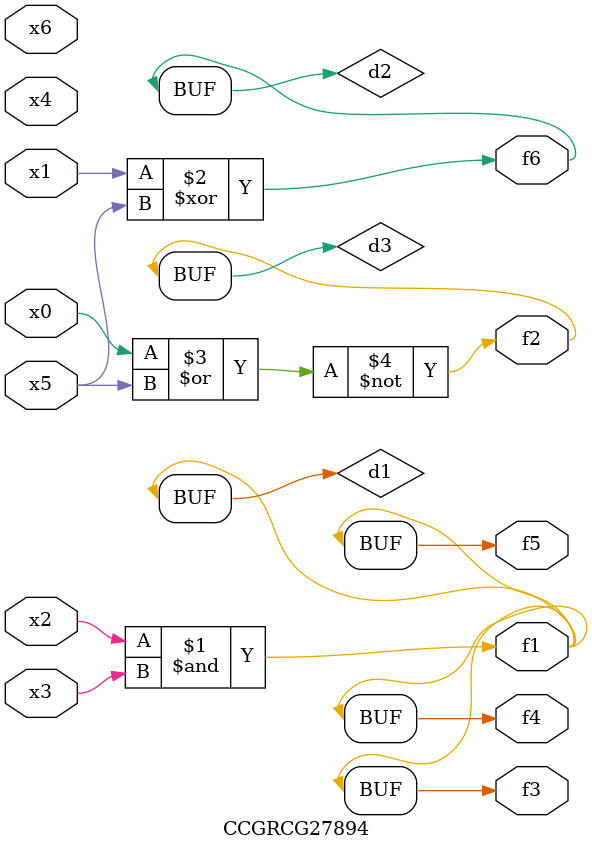
<source format=v>
module CCGRCG27894(
	input x0, x1, x2, x3, x4, x5, x6,
	output f1, f2, f3, f4, f5, f6
);

	wire d1, d2, d3;

	and (d1, x2, x3);
	xor (d2, x1, x5);
	nor (d3, x0, x5);
	assign f1 = d1;
	assign f2 = d3;
	assign f3 = d1;
	assign f4 = d1;
	assign f5 = d1;
	assign f6 = d2;
endmodule

</source>
